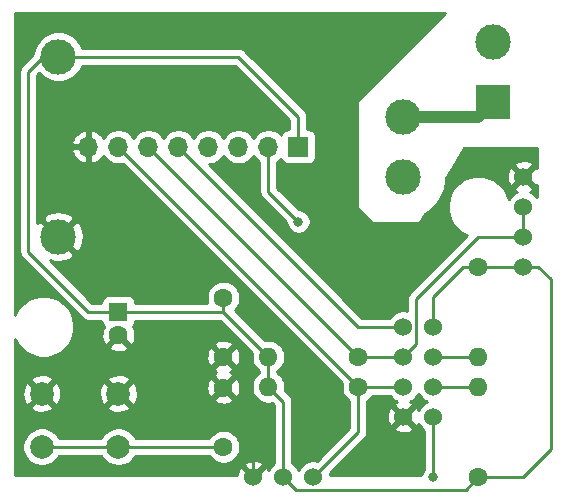
<source format=gbr>
%TF.GenerationSoftware,KiCad,Pcbnew,(5.1.7)-1*%
%TF.CreationDate,2020-12-05T12:34:15+01:00*%
%TF.ProjectId,WiFi-RC-Switch-Bridge_Outlet,57694669-2d52-4432-9d53-77697463682d,rev?*%
%TF.SameCoordinates,Original*%
%TF.FileFunction,Copper,L1,Top*%
%TF.FilePolarity,Positive*%
%FSLAX46Y46*%
G04 Gerber Fmt 4.6, Leading zero omitted, Abs format (unit mm)*
G04 Created by KiCad (PCBNEW (5.1.7)-1) date 2020-12-05 12:34:15*
%MOMM*%
%LPD*%
G01*
G04 APERTURE LIST*
%TA.AperFunction,ComponentPad*%
%ADD10R,1.600000X1.600000*%
%TD*%
%TA.AperFunction,ComponentPad*%
%ADD11C,1.600000*%
%TD*%
%TA.AperFunction,ComponentPad*%
%ADD12R,3.000000X3.000000*%
%TD*%
%TA.AperFunction,ComponentPad*%
%ADD13C,3.000000*%
%TD*%
%TA.AperFunction,ComponentPad*%
%ADD14R,1.700000X1.700000*%
%TD*%
%TA.AperFunction,ComponentPad*%
%ADD15O,1.700000X1.700000*%
%TD*%
%TA.AperFunction,ComponentPad*%
%ADD16O,1.600000X1.600000*%
%TD*%
%TA.AperFunction,ComponentPad*%
%ADD17C,2.000000*%
%TD*%
%TA.AperFunction,ComponentPad*%
%ADD18C,1.524000*%
%TD*%
%TA.AperFunction,ViaPad*%
%ADD19C,0.800000*%
%TD*%
%TA.AperFunction,Conductor*%
%ADD20C,0.250000*%
%TD*%
%TA.AperFunction,Conductor*%
%ADD21C,1.000000*%
%TD*%
%TA.AperFunction,Conductor*%
%ADD22C,0.254000*%
%TD*%
%TA.AperFunction,Conductor*%
%ADD23C,0.100000*%
%TD*%
G04 APERTURE END LIST*
D10*
%TO.P,C1,1*%
%TO.N,+3V3*%
X123190000Y-119380000D03*
D11*
%TO.P,C1,2*%
%TO.N,GND*%
X123190000Y-121380000D03*
%TD*%
%TO.P,C2,1*%
%TO.N,GND*%
X132080000Y-123190000D03*
%TO.P,C2,2*%
%TO.N,+3V3*%
X132080000Y-118190000D03*
%TD*%
%TO.P,C3,2*%
%TO.N,GND*%
X132080000Y-125810000D03*
%TO.P,C3,1*%
%TO.N,RST*%
X132080000Y-130810000D03*
%TD*%
D12*
%TO.P,J1,1*%
%TO.N,Net-(J1-Pad1)*%
X154940000Y-101600000D03*
D13*
%TO.P,J1,2*%
%TO.N,Net-(J1-Pad2)*%
X154940000Y-96520000D03*
%TD*%
D14*
%TO.P,J2,1*%
%TO.N,+3V3*%
X138430000Y-105410000D03*
D15*
%TO.P,J2,2*%
%TO.N,RST*%
X135890000Y-105410000D03*
%TO.P,J2,3*%
%TO.N,EN*%
X133350000Y-105410000D03*
%TO.P,J2,4*%
%TO.N,TX*%
X130810000Y-105410000D03*
%TO.P,J2,5*%
%TO.N,RX*%
X128270000Y-105410000D03*
%TO.P,J2,6*%
%TO.N,IO0*%
X125730000Y-105410000D03*
%TO.P,J2,7*%
%TO.N,IO2*%
X123190000Y-105410000D03*
%TO.P,J2,8*%
%TO.N,GND*%
X120650000Y-105410000D03*
%TD*%
D13*
%TO.P,PSU1,1*%
%TO.N,Net-(J1-Pad2)*%
X147320000Y-107950000D03*
%TO.P,PSU1,2*%
%TO.N,Net-(J1-Pad1)*%
X147320000Y-102870000D03*
%TO.P,PSU1,3*%
%TO.N,GND*%
X118110000Y-113030000D03*
%TO.P,PSU1,4*%
%TO.N,+3V3*%
X118110000Y-97790000D03*
%TD*%
D11*
%TO.P,R1,1*%
%TO.N,IO0*%
X143510000Y-123190000D03*
D16*
%TO.P,R1,2*%
%TO.N,+3V3*%
X135890000Y-123190000D03*
%TD*%
%TO.P,R2,2*%
%TO.N,+3V3*%
X135890000Y-125730000D03*
D11*
%TO.P,R2,1*%
%TO.N,IO2*%
X143510000Y-125730000D03*
%TD*%
%TO.P,R3,1*%
%TO.N,+3V3*%
X153670000Y-115570000D03*
D16*
%TO.P,R3,2*%
%TO.N,RST*%
X153670000Y-123190000D03*
%TD*%
%TO.P,R4,2*%
%TO.N,EN*%
X153670000Y-125730000D03*
D11*
%TO.P,R4,1*%
%TO.N,+3V3*%
X153670000Y-133350000D03*
%TD*%
D17*
%TO.P,SW1,2*%
%TO.N,GND*%
X123190000Y-126310000D03*
%TO.P,SW1,1*%
%TO.N,RST*%
X123190000Y-130810000D03*
%TO.P,SW1,2*%
%TO.N,GND*%
X116690000Y-126310000D03*
%TO.P,SW1,1*%
%TO.N,RST*%
X116690000Y-130810000D03*
%TD*%
D18*
%TO.P,U1,3*%
%TO.N,RST*%
X149860000Y-123190000D03*
%TO.P,U1,2*%
%TO.N,EN*%
X149860000Y-125730000D03*
%TO.P,U1,4*%
%TO.N,+3V3*%
X149860000Y-120650000D03*
%TO.P,U1,1*%
%TO.N,TX*%
X149860000Y-128270000D03*
%TO.P,U1,5*%
%TO.N,GND*%
X147320000Y-128270000D03*
%TO.P,U1,6*%
%TO.N,IO2*%
X147320000Y-125730000D03*
%TO.P,U1,7*%
%TO.N,IO0*%
X147320000Y-123190000D03*
%TO.P,U1,8*%
%TO.N,RX*%
X147320000Y-120650000D03*
%TD*%
%TO.P,U2,2*%
%TO.N,+3V3*%
X137160000Y-133350000D03*
%TO.P,U2,3*%
%TO.N,IO2*%
X139700000Y-133350000D03*
%TO.P,U2,1*%
%TO.N,GND*%
X134620000Y-133350000D03*
%TD*%
%TO.P,U3,1*%
%TO.N,GND*%
X157480000Y-107950000D03*
%TO.P,U3,2*%
%TO.N,IO0*%
X157480000Y-110490000D03*
%TO.P,U3,3*%
X157480000Y-113030000D03*
%TO.P,U3,4*%
%TO.N,+3V3*%
X157480000Y-115570000D03*
%TD*%
D19*
%TO.N,RST*%
X138430000Y-111760000D03*
%TO.N,TX*%
X149860000Y-133350000D03*
%TD*%
D20*
%TO.N,+3V3*%
X118110000Y-97790000D02*
X133350000Y-97790000D01*
X138430000Y-102870000D02*
X138430000Y-105410000D01*
X133350000Y-97790000D02*
X138430000Y-102870000D01*
X137160000Y-127000000D02*
X135890000Y-125730000D01*
X137160000Y-133350000D02*
X137160000Y-127000000D01*
X157480000Y-115570000D02*
X153670000Y-115570000D01*
X153670000Y-115570000D02*
X152400000Y-115570000D01*
X149860000Y-118110000D02*
X149860000Y-120650000D01*
X152400000Y-115570000D02*
X149860000Y-118110000D01*
X152582999Y-134437001D02*
X153670000Y-133350000D01*
X138247001Y-134437001D02*
X152582999Y-134437001D01*
X137160000Y-133350000D02*
X138247001Y-134437001D01*
X157480000Y-115570000D02*
X158750000Y-115570000D01*
X159788346Y-116608346D02*
X159788346Y-131041654D01*
X158750000Y-115570000D02*
X159788346Y-116608346D01*
X157480000Y-133350000D02*
X153670000Y-133350000D01*
X159788346Y-131041654D02*
X157480000Y-133350000D01*
X132080000Y-119380000D02*
X135890000Y-123190000D01*
X123190000Y-119380000D02*
X132080000Y-119380000D01*
X132080000Y-119380000D02*
X132080000Y-118190000D01*
X120650000Y-119380000D02*
X123190000Y-119380000D01*
X115570000Y-114300000D02*
X120650000Y-119380000D01*
X115570000Y-99060000D02*
X115570000Y-114300000D01*
X116840000Y-97790000D02*
X115570000Y-99060000D01*
X118110000Y-97790000D02*
X116840000Y-97790000D01*
X135890000Y-123190000D02*
X135890000Y-125730000D01*
%TO.N,GND*%
X134620000Y-128350000D02*
X134620000Y-133350000D01*
X132080000Y-125810000D02*
X134620000Y-128350000D01*
%TO.N,RST*%
X149860000Y-123190000D02*
X153670000Y-123190000D01*
X116690000Y-130810000D02*
X123190000Y-130810000D01*
X132080000Y-130810000D02*
X123190000Y-130810000D01*
X138430000Y-111760000D02*
X135890000Y-109220000D01*
X135890000Y-109220000D02*
X135890000Y-105410000D01*
D21*
%TO.N,Net-(J1-Pad1)*%
X153670000Y-102870000D02*
X154940000Y-101600000D01*
X147320000Y-102870000D02*
X153670000Y-102870000D01*
D20*
%TO.N,EN*%
X149860000Y-125730000D02*
X153670000Y-125730000D01*
%TO.N,TX*%
X149860000Y-128270000D02*
X149860000Y-133350000D01*
%TO.N,RX*%
X143510000Y-120650000D02*
X147320000Y-120650000D01*
X128270000Y-105410000D02*
X143510000Y-120650000D01*
%TO.N,IO0*%
X143510000Y-123190000D02*
X147320000Y-123190000D01*
X157480000Y-110490000D02*
X157480000Y-113030000D01*
X148407001Y-122102999D02*
X148407001Y-118292999D01*
X147320000Y-123190000D02*
X148407001Y-122102999D01*
X153670000Y-113030000D02*
X157480000Y-113030000D01*
X148407001Y-118292999D02*
X153670000Y-113030000D01*
X125730000Y-105410000D02*
X143510000Y-123190000D01*
%TO.N,IO2*%
X143510000Y-125730000D02*
X147320000Y-125730000D01*
X143510000Y-129540000D02*
X139700000Y-133350000D01*
X143510000Y-125730000D02*
X143510000Y-129540000D01*
X123190000Y-105410000D02*
X143510000Y-125730000D01*
%TD*%
D22*
%TO.N,GND*%
X143420197Y-101510197D02*
X143404403Y-101529443D01*
X143392667Y-101551399D01*
X143385440Y-101575224D01*
X143383000Y-101600000D01*
X143383000Y-110490000D01*
X143385440Y-110514776D01*
X143392667Y-110538601D01*
X143404403Y-110560557D01*
X143420197Y-110579803D01*
X144690197Y-111849803D01*
X144709443Y-111865597D01*
X144731399Y-111877333D01*
X144755224Y-111884560D01*
X144780000Y-111887000D01*
X148590000Y-111887000D01*
X148620802Y-111883208D01*
X148644247Y-111874832D01*
X148665607Y-111862042D01*
X148684062Y-111845331D01*
X148698902Y-111825341D01*
X149134098Y-111100015D01*
X149632078Y-110767275D01*
X150137275Y-110262078D01*
X150534206Y-109668029D01*
X150807617Y-109007957D01*
X150947000Y-108307228D01*
X150947000Y-108078511D01*
X151603445Y-106984435D01*
X156694040Y-106984435D01*
X157480000Y-107770395D01*
X158265960Y-106984435D01*
X158198980Y-106744344D01*
X157949952Y-106627244D01*
X157682865Y-106560977D01*
X157407983Y-106548090D01*
X157135867Y-106589078D01*
X156876977Y-106682364D01*
X156761020Y-106744344D01*
X156694040Y-106984435D01*
X151603445Y-106984435D01*
X152471907Y-105537000D01*
X158623000Y-105537000D01*
X158623000Y-107213540D01*
X158445565Y-107164040D01*
X157659605Y-107950000D01*
X158445565Y-108735960D01*
X158623000Y-108686460D01*
X158623000Y-109686088D01*
X158565120Y-109599465D01*
X158370535Y-109404880D01*
X158141727Y-109251995D01*
X158070057Y-109222308D01*
X158083023Y-109217636D01*
X158198980Y-109155656D01*
X158265960Y-108915565D01*
X157480000Y-108129605D01*
X156694040Y-108915565D01*
X156761020Y-109155656D01*
X156896760Y-109219485D01*
X156818273Y-109251995D01*
X156589465Y-109404880D01*
X156394880Y-109599465D01*
X156241995Y-109828273D01*
X156221772Y-109877096D01*
X156191538Y-109725100D01*
X155993863Y-109247870D01*
X155706883Y-108818374D01*
X155341626Y-108453117D01*
X154912130Y-108166137D01*
X154564194Y-108022017D01*
X156078090Y-108022017D01*
X156119078Y-108294133D01*
X156212364Y-108553023D01*
X156274344Y-108668980D01*
X156514435Y-108735960D01*
X157300395Y-107950000D01*
X156514435Y-107164040D01*
X156274344Y-107231020D01*
X156157244Y-107480048D01*
X156090977Y-107747135D01*
X156078090Y-108022017D01*
X154564194Y-108022017D01*
X154434900Y-107968462D01*
X153928275Y-107867688D01*
X153411725Y-107867688D01*
X152905100Y-107968462D01*
X152427870Y-108166137D01*
X151998374Y-108453117D01*
X151633117Y-108818374D01*
X151346137Y-109247870D01*
X151148462Y-109725100D01*
X151047688Y-110231725D01*
X151047688Y-110748275D01*
X151148462Y-111254900D01*
X151346137Y-111732130D01*
X151633117Y-112161626D01*
X151998374Y-112526883D01*
X152427870Y-112813863D01*
X152699021Y-112926177D01*
X147895999Y-117729200D01*
X147867001Y-117752998D01*
X147843203Y-117781996D01*
X147843202Y-117781997D01*
X147772027Y-117868723D01*
X147701455Y-118000753D01*
X147657999Y-118144014D01*
X147643325Y-118292999D01*
X147647002Y-118330331D01*
X147647002Y-119290676D01*
X147457592Y-119253000D01*
X147182408Y-119253000D01*
X146912510Y-119306686D01*
X146658273Y-119411995D01*
X146429465Y-119564880D01*
X146234880Y-119759465D01*
X146147659Y-119890000D01*
X143824802Y-119890000D01*
X130829801Y-106895000D01*
X130956260Y-106895000D01*
X131243158Y-106837932D01*
X131513411Y-106725990D01*
X131756632Y-106563475D01*
X131963475Y-106356632D01*
X132080000Y-106182240D01*
X132196525Y-106356632D01*
X132403368Y-106563475D01*
X132646589Y-106725990D01*
X132916842Y-106837932D01*
X133203740Y-106895000D01*
X133496260Y-106895000D01*
X133783158Y-106837932D01*
X134053411Y-106725990D01*
X134296632Y-106563475D01*
X134503475Y-106356632D01*
X134620000Y-106182240D01*
X134736525Y-106356632D01*
X134943368Y-106563475D01*
X135130001Y-106688179D01*
X135130000Y-109182677D01*
X135126324Y-109220000D01*
X135130000Y-109257322D01*
X135130000Y-109257332D01*
X135140997Y-109368985D01*
X135184454Y-109512246D01*
X135255026Y-109644276D01*
X135274520Y-109668029D01*
X135349999Y-109760001D01*
X135379003Y-109783804D01*
X137395000Y-111799803D01*
X137395000Y-111861939D01*
X137434774Y-112061898D01*
X137512795Y-112250256D01*
X137626063Y-112419774D01*
X137770226Y-112563937D01*
X137939744Y-112677205D01*
X138128102Y-112755226D01*
X138328061Y-112795000D01*
X138531939Y-112795000D01*
X138731898Y-112755226D01*
X138920256Y-112677205D01*
X139089774Y-112563937D01*
X139233937Y-112419774D01*
X139347205Y-112250256D01*
X139425226Y-112061898D01*
X139465000Y-111861939D01*
X139465000Y-111658061D01*
X139425226Y-111458102D01*
X139347205Y-111269744D01*
X139233937Y-111100226D01*
X139089774Y-110956063D01*
X138920256Y-110842795D01*
X138731898Y-110764774D01*
X138531939Y-110725000D01*
X138469803Y-110725000D01*
X136650000Y-108905199D01*
X136650000Y-106688178D01*
X136836632Y-106563475D01*
X136968487Y-106431620D01*
X136990498Y-106504180D01*
X137049463Y-106614494D01*
X137128815Y-106711185D01*
X137225506Y-106790537D01*
X137335820Y-106849502D01*
X137455518Y-106885812D01*
X137580000Y-106898072D01*
X139280000Y-106898072D01*
X139404482Y-106885812D01*
X139524180Y-106849502D01*
X139634494Y-106790537D01*
X139731185Y-106711185D01*
X139810537Y-106614494D01*
X139869502Y-106504180D01*
X139905812Y-106384482D01*
X139918072Y-106260000D01*
X139918072Y-104560000D01*
X139905812Y-104435518D01*
X139869502Y-104315820D01*
X139810537Y-104205506D01*
X139731185Y-104108815D01*
X139634494Y-104029463D01*
X139524180Y-103970498D01*
X139404482Y-103934188D01*
X139280000Y-103921928D01*
X139190000Y-103921928D01*
X139190000Y-102907323D01*
X139193676Y-102870000D01*
X139190000Y-102832677D01*
X139190000Y-102832667D01*
X139179003Y-102721014D01*
X139135546Y-102577753D01*
X139064974Y-102445723D01*
X138993799Y-102358997D01*
X138970001Y-102329999D01*
X138941004Y-102306202D01*
X133913804Y-97279003D01*
X133890001Y-97249999D01*
X133774276Y-97155026D01*
X133642247Y-97084454D01*
X133498986Y-97040997D01*
X133387333Y-97030000D01*
X133387322Y-97030000D01*
X133350000Y-97026324D01*
X133312678Y-97030000D01*
X120106105Y-97030000D01*
X120002012Y-96778698D01*
X119768363Y-96429017D01*
X119470983Y-96131637D01*
X119121302Y-95897988D01*
X118732756Y-95737047D01*
X118320279Y-95655000D01*
X117899721Y-95655000D01*
X117487244Y-95737047D01*
X117098698Y-95897988D01*
X116749017Y-96131637D01*
X116451637Y-96429017D01*
X116217988Y-96778698D01*
X116057047Y-97167244D01*
X115975000Y-97579721D01*
X115975000Y-97580198D01*
X115059003Y-98496196D01*
X115029999Y-98519999D01*
X114974871Y-98587174D01*
X114935026Y-98635724D01*
X114864455Y-98767753D01*
X114864454Y-98767754D01*
X114820997Y-98911015D01*
X114810000Y-99022668D01*
X114810000Y-99022678D01*
X114806324Y-99060000D01*
X114810000Y-99097322D01*
X114810001Y-114262667D01*
X114806324Y-114300000D01*
X114810001Y-114337333D01*
X114820998Y-114448986D01*
X114831886Y-114484880D01*
X114864454Y-114592246D01*
X114935026Y-114724276D01*
X115002362Y-114806324D01*
X115030000Y-114840001D01*
X115058998Y-114863799D01*
X120086200Y-119891002D01*
X120109999Y-119920001D01*
X120138997Y-119943799D01*
X120225723Y-120014974D01*
X120340637Y-120076397D01*
X120357753Y-120085546D01*
X120501014Y-120129003D01*
X120612667Y-120140000D01*
X120612677Y-120140000D01*
X120650000Y-120143676D01*
X120687323Y-120140000D01*
X121751928Y-120140000D01*
X121751928Y-120180000D01*
X121764188Y-120304482D01*
X121800498Y-120424180D01*
X121859463Y-120534494D01*
X121938815Y-120631185D01*
X121951758Y-120641807D01*
X121832429Y-120893996D01*
X121763700Y-121168184D01*
X121749783Y-121450512D01*
X121791213Y-121730130D01*
X121886397Y-121996292D01*
X121953329Y-122121514D01*
X122197298Y-122193097D01*
X123010395Y-121380000D01*
X122996253Y-121365858D01*
X123175858Y-121186253D01*
X123190000Y-121200395D01*
X123204143Y-121186253D01*
X123383748Y-121365858D01*
X123369605Y-121380000D01*
X124182702Y-122193097D01*
X124426671Y-122121514D01*
X124547571Y-121866004D01*
X124616300Y-121591816D01*
X124630217Y-121309488D01*
X124588787Y-121029870D01*
X124493603Y-120763708D01*
X124428384Y-120641691D01*
X124441185Y-120631185D01*
X124520537Y-120534494D01*
X124579502Y-120424180D01*
X124615812Y-120304482D01*
X124628072Y-120180000D01*
X124628072Y-120140000D01*
X131765199Y-120140000D01*
X134491312Y-122866114D01*
X134455000Y-123048665D01*
X134455000Y-123331335D01*
X134510147Y-123608574D01*
X134618320Y-123869727D01*
X134775363Y-124104759D01*
X134975241Y-124304637D01*
X135130000Y-124408044D01*
X135130001Y-124511956D01*
X134975241Y-124615363D01*
X134775363Y-124815241D01*
X134618320Y-125050273D01*
X134510147Y-125311426D01*
X134455000Y-125588665D01*
X134455000Y-125871335D01*
X134510147Y-126148574D01*
X134618320Y-126409727D01*
X134775363Y-126644759D01*
X134975241Y-126844637D01*
X135210273Y-127001680D01*
X135471426Y-127109853D01*
X135748665Y-127165000D01*
X136031335Y-127165000D01*
X136213886Y-127128688D01*
X136400001Y-127314803D01*
X136400000Y-132177659D01*
X136269465Y-132264880D01*
X136074880Y-132459465D01*
X135921995Y-132688273D01*
X135892308Y-132759943D01*
X135887636Y-132746977D01*
X135825656Y-132631020D01*
X135585565Y-132564040D01*
X134926605Y-133223000D01*
X134313395Y-133223000D01*
X133654435Y-132564040D01*
X133414344Y-132631020D01*
X133297244Y-132880048D01*
X133230977Y-133147135D01*
X133227420Y-133223000D01*
X114427000Y-133223000D01*
X114427000Y-130648967D01*
X115055000Y-130648967D01*
X115055000Y-130971033D01*
X115117832Y-131286912D01*
X115241082Y-131584463D01*
X115420013Y-131852252D01*
X115647748Y-132079987D01*
X115915537Y-132258918D01*
X116213088Y-132382168D01*
X116528967Y-132445000D01*
X116851033Y-132445000D01*
X117166912Y-132382168D01*
X117464463Y-132258918D01*
X117732252Y-132079987D01*
X117959987Y-131852252D01*
X118138918Y-131584463D01*
X118144909Y-131570000D01*
X121735091Y-131570000D01*
X121741082Y-131584463D01*
X121920013Y-131852252D01*
X122147748Y-132079987D01*
X122415537Y-132258918D01*
X122713088Y-132382168D01*
X123028967Y-132445000D01*
X123351033Y-132445000D01*
X123655514Y-132384435D01*
X133834040Y-132384435D01*
X134620000Y-133170395D01*
X135405960Y-132384435D01*
X135338980Y-132144344D01*
X135089952Y-132027244D01*
X134822865Y-131960977D01*
X134547983Y-131948090D01*
X134275867Y-131989078D01*
X134016977Y-132082364D01*
X133901020Y-132144344D01*
X133834040Y-132384435D01*
X123655514Y-132384435D01*
X123666912Y-132382168D01*
X123964463Y-132258918D01*
X124232252Y-132079987D01*
X124459987Y-131852252D01*
X124638918Y-131584463D01*
X124644909Y-131570000D01*
X130861957Y-131570000D01*
X130965363Y-131724759D01*
X131165241Y-131924637D01*
X131400273Y-132081680D01*
X131661426Y-132189853D01*
X131938665Y-132245000D01*
X132221335Y-132245000D01*
X132498574Y-132189853D01*
X132759727Y-132081680D01*
X132994759Y-131924637D01*
X133194637Y-131724759D01*
X133351680Y-131489727D01*
X133459853Y-131228574D01*
X133515000Y-130951335D01*
X133515000Y-130668665D01*
X133459853Y-130391426D01*
X133351680Y-130130273D01*
X133194637Y-129895241D01*
X132994759Y-129695363D01*
X132759727Y-129538320D01*
X132498574Y-129430147D01*
X132221335Y-129375000D01*
X131938665Y-129375000D01*
X131661426Y-129430147D01*
X131400273Y-129538320D01*
X131165241Y-129695363D01*
X130965363Y-129895241D01*
X130861957Y-130050000D01*
X124644909Y-130050000D01*
X124638918Y-130035537D01*
X124459987Y-129767748D01*
X124232252Y-129540013D01*
X123964463Y-129361082D01*
X123666912Y-129237832D01*
X123351033Y-129175000D01*
X123028967Y-129175000D01*
X122713088Y-129237832D01*
X122415537Y-129361082D01*
X122147748Y-129540013D01*
X121920013Y-129767748D01*
X121741082Y-130035537D01*
X121735091Y-130050000D01*
X118144909Y-130050000D01*
X118138918Y-130035537D01*
X117959987Y-129767748D01*
X117732252Y-129540013D01*
X117464463Y-129361082D01*
X117166912Y-129237832D01*
X116851033Y-129175000D01*
X116528967Y-129175000D01*
X116213088Y-129237832D01*
X115915537Y-129361082D01*
X115647748Y-129540013D01*
X115420013Y-129767748D01*
X115241082Y-130035537D01*
X115117832Y-130333088D01*
X115055000Y-130648967D01*
X114427000Y-130648967D01*
X114427000Y-127445413D01*
X115734192Y-127445413D01*
X115829956Y-127709814D01*
X116119571Y-127850704D01*
X116431108Y-127932384D01*
X116752595Y-127951718D01*
X117071675Y-127907961D01*
X117376088Y-127802795D01*
X117550044Y-127709814D01*
X117645808Y-127445413D01*
X122234192Y-127445413D01*
X122329956Y-127709814D01*
X122619571Y-127850704D01*
X122931108Y-127932384D01*
X123252595Y-127951718D01*
X123571675Y-127907961D01*
X123876088Y-127802795D01*
X124050044Y-127709814D01*
X124145808Y-127445413D01*
X123190000Y-126489605D01*
X122234192Y-127445413D01*
X117645808Y-127445413D01*
X116690000Y-126489605D01*
X115734192Y-127445413D01*
X114427000Y-127445413D01*
X114427000Y-126372595D01*
X115048282Y-126372595D01*
X115092039Y-126691675D01*
X115197205Y-126996088D01*
X115290186Y-127170044D01*
X115554587Y-127265808D01*
X116510395Y-126310000D01*
X116869605Y-126310000D01*
X117825413Y-127265808D01*
X118089814Y-127170044D01*
X118230704Y-126880429D01*
X118312384Y-126568892D01*
X118324189Y-126372595D01*
X121548282Y-126372595D01*
X121592039Y-126691675D01*
X121697205Y-126996088D01*
X121790186Y-127170044D01*
X122054587Y-127265808D01*
X123010395Y-126310000D01*
X123369605Y-126310000D01*
X124325413Y-127265808D01*
X124589814Y-127170044D01*
X124730704Y-126880429D01*
X124751082Y-126802702D01*
X131266903Y-126802702D01*
X131338486Y-127046671D01*
X131593996Y-127167571D01*
X131868184Y-127236300D01*
X132150512Y-127250217D01*
X132430130Y-127208787D01*
X132696292Y-127113603D01*
X132821514Y-127046671D01*
X132893097Y-126802702D01*
X132080000Y-125989605D01*
X131266903Y-126802702D01*
X124751082Y-126802702D01*
X124812384Y-126568892D01*
X124831718Y-126247405D01*
X124787961Y-125928325D01*
X124771443Y-125880512D01*
X130639783Y-125880512D01*
X130681213Y-126160130D01*
X130776397Y-126426292D01*
X130843329Y-126551514D01*
X131087298Y-126623097D01*
X131900395Y-125810000D01*
X132259605Y-125810000D01*
X133072702Y-126623097D01*
X133316671Y-126551514D01*
X133437571Y-126296004D01*
X133506300Y-126021816D01*
X133520217Y-125739488D01*
X133478787Y-125459870D01*
X133383603Y-125193708D01*
X133316671Y-125068486D01*
X133072702Y-124996903D01*
X132259605Y-125810000D01*
X131900395Y-125810000D01*
X131087298Y-124996903D01*
X130843329Y-125068486D01*
X130722429Y-125323996D01*
X130653700Y-125598184D01*
X130639783Y-125880512D01*
X124771443Y-125880512D01*
X124682795Y-125623912D01*
X124589814Y-125449956D01*
X124325413Y-125354192D01*
X123369605Y-126310000D01*
X123010395Y-126310000D01*
X122054587Y-125354192D01*
X121790186Y-125449956D01*
X121649296Y-125739571D01*
X121567616Y-126051108D01*
X121548282Y-126372595D01*
X118324189Y-126372595D01*
X118331718Y-126247405D01*
X118287961Y-125928325D01*
X118182795Y-125623912D01*
X118089814Y-125449956D01*
X117825413Y-125354192D01*
X116869605Y-126310000D01*
X116510395Y-126310000D01*
X115554587Y-125354192D01*
X115290186Y-125449956D01*
X115149296Y-125739571D01*
X115067616Y-126051108D01*
X115048282Y-126372595D01*
X114427000Y-126372595D01*
X114427000Y-125174587D01*
X115734192Y-125174587D01*
X116690000Y-126130395D01*
X117645808Y-125174587D01*
X122234192Y-125174587D01*
X123190000Y-126130395D01*
X124145808Y-125174587D01*
X124050044Y-124910186D01*
X123760429Y-124769296D01*
X123448892Y-124687616D01*
X123127405Y-124668282D01*
X122808325Y-124712039D01*
X122503912Y-124817205D01*
X122329956Y-124910186D01*
X122234192Y-125174587D01*
X117645808Y-125174587D01*
X117550044Y-124910186D01*
X117260429Y-124769296D01*
X116948892Y-124687616D01*
X116627405Y-124668282D01*
X116308325Y-124712039D01*
X116003912Y-124817205D01*
X115829956Y-124910186D01*
X115734192Y-125174587D01*
X114427000Y-125174587D01*
X114427000Y-124182702D01*
X131266903Y-124182702D01*
X131338486Y-124426671D01*
X131488353Y-124497584D01*
X131463708Y-124506397D01*
X131338486Y-124573329D01*
X131266903Y-124817298D01*
X132080000Y-125630395D01*
X132893097Y-124817298D01*
X132821514Y-124573329D01*
X132671647Y-124502416D01*
X132696292Y-124493603D01*
X132821514Y-124426671D01*
X132893097Y-124182702D01*
X132080000Y-123369605D01*
X131266903Y-124182702D01*
X114427000Y-124182702D01*
X114427000Y-121676934D01*
X114516137Y-121892130D01*
X114803117Y-122321626D01*
X115168374Y-122686883D01*
X115597870Y-122973863D01*
X116075100Y-123171538D01*
X116581725Y-123272312D01*
X117098275Y-123272312D01*
X117157597Y-123260512D01*
X130639783Y-123260512D01*
X130681213Y-123540130D01*
X130776397Y-123806292D01*
X130843329Y-123931514D01*
X131087298Y-124003097D01*
X131900395Y-123190000D01*
X132259605Y-123190000D01*
X133072702Y-124003097D01*
X133316671Y-123931514D01*
X133437571Y-123676004D01*
X133506300Y-123401816D01*
X133520217Y-123119488D01*
X133478787Y-122839870D01*
X133383603Y-122573708D01*
X133316671Y-122448486D01*
X133072702Y-122376903D01*
X132259605Y-123190000D01*
X131900395Y-123190000D01*
X131087298Y-122376903D01*
X130843329Y-122448486D01*
X130722429Y-122703996D01*
X130653700Y-122978184D01*
X130639783Y-123260512D01*
X117157597Y-123260512D01*
X117604900Y-123171538D01*
X118082130Y-122973863D01*
X118511626Y-122686883D01*
X118825807Y-122372702D01*
X122376903Y-122372702D01*
X122448486Y-122616671D01*
X122703996Y-122737571D01*
X122978184Y-122806300D01*
X123260512Y-122820217D01*
X123540130Y-122778787D01*
X123806292Y-122683603D01*
X123931514Y-122616671D01*
X124003097Y-122372702D01*
X123827693Y-122197298D01*
X131266903Y-122197298D01*
X132080000Y-123010395D01*
X132893097Y-122197298D01*
X132821514Y-121953329D01*
X132566004Y-121832429D01*
X132291816Y-121763700D01*
X132009488Y-121749783D01*
X131729870Y-121791213D01*
X131463708Y-121886397D01*
X131338486Y-121953329D01*
X131266903Y-122197298D01*
X123827693Y-122197298D01*
X123190000Y-121559605D01*
X122376903Y-122372702D01*
X118825807Y-122372702D01*
X118876883Y-122321626D01*
X119163863Y-121892130D01*
X119361538Y-121414900D01*
X119462312Y-120908275D01*
X119462312Y-120391725D01*
X119361538Y-119885100D01*
X119163863Y-119407870D01*
X118876883Y-118978374D01*
X118511626Y-118613117D01*
X118082130Y-118326137D01*
X117604900Y-118128462D01*
X117098275Y-118027688D01*
X116581725Y-118027688D01*
X116075100Y-118128462D01*
X115597870Y-118326137D01*
X115168374Y-118613117D01*
X114803117Y-118978374D01*
X114516137Y-119407870D01*
X114427000Y-119623066D01*
X114427000Y-94107000D01*
X150823394Y-94107000D01*
X143420197Y-101510197D01*
%TA.AperFunction,Conductor*%
D23*
G36*
X143420197Y-101510197D02*
G01*
X143404403Y-101529443D01*
X143392667Y-101551399D01*
X143385440Y-101575224D01*
X143383000Y-101600000D01*
X143383000Y-110490000D01*
X143385440Y-110514776D01*
X143392667Y-110538601D01*
X143404403Y-110560557D01*
X143420197Y-110579803D01*
X144690197Y-111849803D01*
X144709443Y-111865597D01*
X144731399Y-111877333D01*
X144755224Y-111884560D01*
X144780000Y-111887000D01*
X148590000Y-111887000D01*
X148620802Y-111883208D01*
X148644247Y-111874832D01*
X148665607Y-111862042D01*
X148684062Y-111845331D01*
X148698902Y-111825341D01*
X149134098Y-111100015D01*
X149632078Y-110767275D01*
X150137275Y-110262078D01*
X150534206Y-109668029D01*
X150807617Y-109007957D01*
X150947000Y-108307228D01*
X150947000Y-108078511D01*
X151603445Y-106984435D01*
X156694040Y-106984435D01*
X157480000Y-107770395D01*
X158265960Y-106984435D01*
X158198980Y-106744344D01*
X157949952Y-106627244D01*
X157682865Y-106560977D01*
X157407983Y-106548090D01*
X157135867Y-106589078D01*
X156876977Y-106682364D01*
X156761020Y-106744344D01*
X156694040Y-106984435D01*
X151603445Y-106984435D01*
X152471907Y-105537000D01*
X158623000Y-105537000D01*
X158623000Y-107213540D01*
X158445565Y-107164040D01*
X157659605Y-107950000D01*
X158445565Y-108735960D01*
X158623000Y-108686460D01*
X158623000Y-109686088D01*
X158565120Y-109599465D01*
X158370535Y-109404880D01*
X158141727Y-109251995D01*
X158070057Y-109222308D01*
X158083023Y-109217636D01*
X158198980Y-109155656D01*
X158265960Y-108915565D01*
X157480000Y-108129605D01*
X156694040Y-108915565D01*
X156761020Y-109155656D01*
X156896760Y-109219485D01*
X156818273Y-109251995D01*
X156589465Y-109404880D01*
X156394880Y-109599465D01*
X156241995Y-109828273D01*
X156221772Y-109877096D01*
X156191538Y-109725100D01*
X155993863Y-109247870D01*
X155706883Y-108818374D01*
X155341626Y-108453117D01*
X154912130Y-108166137D01*
X154564194Y-108022017D01*
X156078090Y-108022017D01*
X156119078Y-108294133D01*
X156212364Y-108553023D01*
X156274344Y-108668980D01*
X156514435Y-108735960D01*
X157300395Y-107950000D01*
X156514435Y-107164040D01*
X156274344Y-107231020D01*
X156157244Y-107480048D01*
X156090977Y-107747135D01*
X156078090Y-108022017D01*
X154564194Y-108022017D01*
X154434900Y-107968462D01*
X153928275Y-107867688D01*
X153411725Y-107867688D01*
X152905100Y-107968462D01*
X152427870Y-108166137D01*
X151998374Y-108453117D01*
X151633117Y-108818374D01*
X151346137Y-109247870D01*
X151148462Y-109725100D01*
X151047688Y-110231725D01*
X151047688Y-110748275D01*
X151148462Y-111254900D01*
X151346137Y-111732130D01*
X151633117Y-112161626D01*
X151998374Y-112526883D01*
X152427870Y-112813863D01*
X152699021Y-112926177D01*
X147895999Y-117729200D01*
X147867001Y-117752998D01*
X147843203Y-117781996D01*
X147843202Y-117781997D01*
X147772027Y-117868723D01*
X147701455Y-118000753D01*
X147657999Y-118144014D01*
X147643325Y-118292999D01*
X147647002Y-118330331D01*
X147647002Y-119290676D01*
X147457592Y-119253000D01*
X147182408Y-119253000D01*
X146912510Y-119306686D01*
X146658273Y-119411995D01*
X146429465Y-119564880D01*
X146234880Y-119759465D01*
X146147659Y-119890000D01*
X143824802Y-119890000D01*
X130829801Y-106895000D01*
X130956260Y-106895000D01*
X131243158Y-106837932D01*
X131513411Y-106725990D01*
X131756632Y-106563475D01*
X131963475Y-106356632D01*
X132080000Y-106182240D01*
X132196525Y-106356632D01*
X132403368Y-106563475D01*
X132646589Y-106725990D01*
X132916842Y-106837932D01*
X133203740Y-106895000D01*
X133496260Y-106895000D01*
X133783158Y-106837932D01*
X134053411Y-106725990D01*
X134296632Y-106563475D01*
X134503475Y-106356632D01*
X134620000Y-106182240D01*
X134736525Y-106356632D01*
X134943368Y-106563475D01*
X135130001Y-106688179D01*
X135130000Y-109182677D01*
X135126324Y-109220000D01*
X135130000Y-109257322D01*
X135130000Y-109257332D01*
X135140997Y-109368985D01*
X135184454Y-109512246D01*
X135255026Y-109644276D01*
X135274520Y-109668029D01*
X135349999Y-109760001D01*
X135379003Y-109783804D01*
X137395000Y-111799803D01*
X137395000Y-111861939D01*
X137434774Y-112061898D01*
X137512795Y-112250256D01*
X137626063Y-112419774D01*
X137770226Y-112563937D01*
X137939744Y-112677205D01*
X138128102Y-112755226D01*
X138328061Y-112795000D01*
X138531939Y-112795000D01*
X138731898Y-112755226D01*
X138920256Y-112677205D01*
X139089774Y-112563937D01*
X139233937Y-112419774D01*
X139347205Y-112250256D01*
X139425226Y-112061898D01*
X139465000Y-111861939D01*
X139465000Y-111658061D01*
X139425226Y-111458102D01*
X139347205Y-111269744D01*
X139233937Y-111100226D01*
X139089774Y-110956063D01*
X138920256Y-110842795D01*
X138731898Y-110764774D01*
X138531939Y-110725000D01*
X138469803Y-110725000D01*
X136650000Y-108905199D01*
X136650000Y-106688178D01*
X136836632Y-106563475D01*
X136968487Y-106431620D01*
X136990498Y-106504180D01*
X137049463Y-106614494D01*
X137128815Y-106711185D01*
X137225506Y-106790537D01*
X137335820Y-106849502D01*
X137455518Y-106885812D01*
X137580000Y-106898072D01*
X139280000Y-106898072D01*
X139404482Y-106885812D01*
X139524180Y-106849502D01*
X139634494Y-106790537D01*
X139731185Y-106711185D01*
X139810537Y-106614494D01*
X139869502Y-106504180D01*
X139905812Y-106384482D01*
X139918072Y-106260000D01*
X139918072Y-104560000D01*
X139905812Y-104435518D01*
X139869502Y-104315820D01*
X139810537Y-104205506D01*
X139731185Y-104108815D01*
X139634494Y-104029463D01*
X139524180Y-103970498D01*
X139404482Y-103934188D01*
X139280000Y-103921928D01*
X139190000Y-103921928D01*
X139190000Y-102907323D01*
X139193676Y-102870000D01*
X139190000Y-102832677D01*
X139190000Y-102832667D01*
X139179003Y-102721014D01*
X139135546Y-102577753D01*
X139064974Y-102445723D01*
X138993799Y-102358997D01*
X138970001Y-102329999D01*
X138941004Y-102306202D01*
X133913804Y-97279003D01*
X133890001Y-97249999D01*
X133774276Y-97155026D01*
X133642247Y-97084454D01*
X133498986Y-97040997D01*
X133387333Y-97030000D01*
X133387322Y-97030000D01*
X133350000Y-97026324D01*
X133312678Y-97030000D01*
X120106105Y-97030000D01*
X120002012Y-96778698D01*
X119768363Y-96429017D01*
X119470983Y-96131637D01*
X119121302Y-95897988D01*
X118732756Y-95737047D01*
X118320279Y-95655000D01*
X117899721Y-95655000D01*
X117487244Y-95737047D01*
X117098698Y-95897988D01*
X116749017Y-96131637D01*
X116451637Y-96429017D01*
X116217988Y-96778698D01*
X116057047Y-97167244D01*
X115975000Y-97579721D01*
X115975000Y-97580198D01*
X115059003Y-98496196D01*
X115029999Y-98519999D01*
X114974871Y-98587174D01*
X114935026Y-98635724D01*
X114864455Y-98767753D01*
X114864454Y-98767754D01*
X114820997Y-98911015D01*
X114810000Y-99022668D01*
X114810000Y-99022678D01*
X114806324Y-99060000D01*
X114810000Y-99097322D01*
X114810001Y-114262667D01*
X114806324Y-114300000D01*
X114810001Y-114337333D01*
X114820998Y-114448986D01*
X114831886Y-114484880D01*
X114864454Y-114592246D01*
X114935026Y-114724276D01*
X115002362Y-114806324D01*
X115030000Y-114840001D01*
X115058998Y-114863799D01*
X120086200Y-119891002D01*
X120109999Y-119920001D01*
X120138997Y-119943799D01*
X120225723Y-120014974D01*
X120340637Y-120076397D01*
X120357753Y-120085546D01*
X120501014Y-120129003D01*
X120612667Y-120140000D01*
X120612677Y-120140000D01*
X120650000Y-120143676D01*
X120687323Y-120140000D01*
X121751928Y-120140000D01*
X121751928Y-120180000D01*
X121764188Y-120304482D01*
X121800498Y-120424180D01*
X121859463Y-120534494D01*
X121938815Y-120631185D01*
X121951758Y-120641807D01*
X121832429Y-120893996D01*
X121763700Y-121168184D01*
X121749783Y-121450512D01*
X121791213Y-121730130D01*
X121886397Y-121996292D01*
X121953329Y-122121514D01*
X122197298Y-122193097D01*
X123010395Y-121380000D01*
X122996253Y-121365858D01*
X123175858Y-121186253D01*
X123190000Y-121200395D01*
X123204143Y-121186253D01*
X123383748Y-121365858D01*
X123369605Y-121380000D01*
X124182702Y-122193097D01*
X124426671Y-122121514D01*
X124547571Y-121866004D01*
X124616300Y-121591816D01*
X124630217Y-121309488D01*
X124588787Y-121029870D01*
X124493603Y-120763708D01*
X124428384Y-120641691D01*
X124441185Y-120631185D01*
X124520537Y-120534494D01*
X124579502Y-120424180D01*
X124615812Y-120304482D01*
X124628072Y-120180000D01*
X124628072Y-120140000D01*
X131765199Y-120140000D01*
X134491312Y-122866114D01*
X134455000Y-123048665D01*
X134455000Y-123331335D01*
X134510147Y-123608574D01*
X134618320Y-123869727D01*
X134775363Y-124104759D01*
X134975241Y-124304637D01*
X135130000Y-124408044D01*
X135130001Y-124511956D01*
X134975241Y-124615363D01*
X134775363Y-124815241D01*
X134618320Y-125050273D01*
X134510147Y-125311426D01*
X134455000Y-125588665D01*
X134455000Y-125871335D01*
X134510147Y-126148574D01*
X134618320Y-126409727D01*
X134775363Y-126644759D01*
X134975241Y-126844637D01*
X135210273Y-127001680D01*
X135471426Y-127109853D01*
X135748665Y-127165000D01*
X136031335Y-127165000D01*
X136213886Y-127128688D01*
X136400001Y-127314803D01*
X136400000Y-132177659D01*
X136269465Y-132264880D01*
X136074880Y-132459465D01*
X135921995Y-132688273D01*
X135892308Y-132759943D01*
X135887636Y-132746977D01*
X135825656Y-132631020D01*
X135585565Y-132564040D01*
X134926605Y-133223000D01*
X134313395Y-133223000D01*
X133654435Y-132564040D01*
X133414344Y-132631020D01*
X133297244Y-132880048D01*
X133230977Y-133147135D01*
X133227420Y-133223000D01*
X114427000Y-133223000D01*
X114427000Y-130648967D01*
X115055000Y-130648967D01*
X115055000Y-130971033D01*
X115117832Y-131286912D01*
X115241082Y-131584463D01*
X115420013Y-131852252D01*
X115647748Y-132079987D01*
X115915537Y-132258918D01*
X116213088Y-132382168D01*
X116528967Y-132445000D01*
X116851033Y-132445000D01*
X117166912Y-132382168D01*
X117464463Y-132258918D01*
X117732252Y-132079987D01*
X117959987Y-131852252D01*
X118138918Y-131584463D01*
X118144909Y-131570000D01*
X121735091Y-131570000D01*
X121741082Y-131584463D01*
X121920013Y-131852252D01*
X122147748Y-132079987D01*
X122415537Y-132258918D01*
X122713088Y-132382168D01*
X123028967Y-132445000D01*
X123351033Y-132445000D01*
X123655514Y-132384435D01*
X133834040Y-132384435D01*
X134620000Y-133170395D01*
X135405960Y-132384435D01*
X135338980Y-132144344D01*
X135089952Y-132027244D01*
X134822865Y-131960977D01*
X134547983Y-131948090D01*
X134275867Y-131989078D01*
X134016977Y-132082364D01*
X133901020Y-132144344D01*
X133834040Y-132384435D01*
X123655514Y-132384435D01*
X123666912Y-132382168D01*
X123964463Y-132258918D01*
X124232252Y-132079987D01*
X124459987Y-131852252D01*
X124638918Y-131584463D01*
X124644909Y-131570000D01*
X130861957Y-131570000D01*
X130965363Y-131724759D01*
X131165241Y-131924637D01*
X131400273Y-132081680D01*
X131661426Y-132189853D01*
X131938665Y-132245000D01*
X132221335Y-132245000D01*
X132498574Y-132189853D01*
X132759727Y-132081680D01*
X132994759Y-131924637D01*
X133194637Y-131724759D01*
X133351680Y-131489727D01*
X133459853Y-131228574D01*
X133515000Y-130951335D01*
X133515000Y-130668665D01*
X133459853Y-130391426D01*
X133351680Y-130130273D01*
X133194637Y-129895241D01*
X132994759Y-129695363D01*
X132759727Y-129538320D01*
X132498574Y-129430147D01*
X132221335Y-129375000D01*
X131938665Y-129375000D01*
X131661426Y-129430147D01*
X131400273Y-129538320D01*
X131165241Y-129695363D01*
X130965363Y-129895241D01*
X130861957Y-130050000D01*
X124644909Y-130050000D01*
X124638918Y-130035537D01*
X124459987Y-129767748D01*
X124232252Y-129540013D01*
X123964463Y-129361082D01*
X123666912Y-129237832D01*
X123351033Y-129175000D01*
X123028967Y-129175000D01*
X122713088Y-129237832D01*
X122415537Y-129361082D01*
X122147748Y-129540013D01*
X121920013Y-129767748D01*
X121741082Y-130035537D01*
X121735091Y-130050000D01*
X118144909Y-130050000D01*
X118138918Y-130035537D01*
X117959987Y-129767748D01*
X117732252Y-129540013D01*
X117464463Y-129361082D01*
X117166912Y-129237832D01*
X116851033Y-129175000D01*
X116528967Y-129175000D01*
X116213088Y-129237832D01*
X115915537Y-129361082D01*
X115647748Y-129540013D01*
X115420013Y-129767748D01*
X115241082Y-130035537D01*
X115117832Y-130333088D01*
X115055000Y-130648967D01*
X114427000Y-130648967D01*
X114427000Y-127445413D01*
X115734192Y-127445413D01*
X115829956Y-127709814D01*
X116119571Y-127850704D01*
X116431108Y-127932384D01*
X116752595Y-127951718D01*
X117071675Y-127907961D01*
X117376088Y-127802795D01*
X117550044Y-127709814D01*
X117645808Y-127445413D01*
X122234192Y-127445413D01*
X122329956Y-127709814D01*
X122619571Y-127850704D01*
X122931108Y-127932384D01*
X123252595Y-127951718D01*
X123571675Y-127907961D01*
X123876088Y-127802795D01*
X124050044Y-127709814D01*
X124145808Y-127445413D01*
X123190000Y-126489605D01*
X122234192Y-127445413D01*
X117645808Y-127445413D01*
X116690000Y-126489605D01*
X115734192Y-127445413D01*
X114427000Y-127445413D01*
X114427000Y-126372595D01*
X115048282Y-126372595D01*
X115092039Y-126691675D01*
X115197205Y-126996088D01*
X115290186Y-127170044D01*
X115554587Y-127265808D01*
X116510395Y-126310000D01*
X116869605Y-126310000D01*
X117825413Y-127265808D01*
X118089814Y-127170044D01*
X118230704Y-126880429D01*
X118312384Y-126568892D01*
X118324189Y-126372595D01*
X121548282Y-126372595D01*
X121592039Y-126691675D01*
X121697205Y-126996088D01*
X121790186Y-127170044D01*
X122054587Y-127265808D01*
X123010395Y-126310000D01*
X123369605Y-126310000D01*
X124325413Y-127265808D01*
X124589814Y-127170044D01*
X124730704Y-126880429D01*
X124751082Y-126802702D01*
X131266903Y-126802702D01*
X131338486Y-127046671D01*
X131593996Y-127167571D01*
X131868184Y-127236300D01*
X132150512Y-127250217D01*
X132430130Y-127208787D01*
X132696292Y-127113603D01*
X132821514Y-127046671D01*
X132893097Y-126802702D01*
X132080000Y-125989605D01*
X131266903Y-126802702D01*
X124751082Y-126802702D01*
X124812384Y-126568892D01*
X124831718Y-126247405D01*
X124787961Y-125928325D01*
X124771443Y-125880512D01*
X130639783Y-125880512D01*
X130681213Y-126160130D01*
X130776397Y-126426292D01*
X130843329Y-126551514D01*
X131087298Y-126623097D01*
X131900395Y-125810000D01*
X132259605Y-125810000D01*
X133072702Y-126623097D01*
X133316671Y-126551514D01*
X133437571Y-126296004D01*
X133506300Y-126021816D01*
X133520217Y-125739488D01*
X133478787Y-125459870D01*
X133383603Y-125193708D01*
X133316671Y-125068486D01*
X133072702Y-124996903D01*
X132259605Y-125810000D01*
X131900395Y-125810000D01*
X131087298Y-124996903D01*
X130843329Y-125068486D01*
X130722429Y-125323996D01*
X130653700Y-125598184D01*
X130639783Y-125880512D01*
X124771443Y-125880512D01*
X124682795Y-125623912D01*
X124589814Y-125449956D01*
X124325413Y-125354192D01*
X123369605Y-126310000D01*
X123010395Y-126310000D01*
X122054587Y-125354192D01*
X121790186Y-125449956D01*
X121649296Y-125739571D01*
X121567616Y-126051108D01*
X121548282Y-126372595D01*
X118324189Y-126372595D01*
X118331718Y-126247405D01*
X118287961Y-125928325D01*
X118182795Y-125623912D01*
X118089814Y-125449956D01*
X117825413Y-125354192D01*
X116869605Y-126310000D01*
X116510395Y-126310000D01*
X115554587Y-125354192D01*
X115290186Y-125449956D01*
X115149296Y-125739571D01*
X115067616Y-126051108D01*
X115048282Y-126372595D01*
X114427000Y-126372595D01*
X114427000Y-125174587D01*
X115734192Y-125174587D01*
X116690000Y-126130395D01*
X117645808Y-125174587D01*
X122234192Y-125174587D01*
X123190000Y-126130395D01*
X124145808Y-125174587D01*
X124050044Y-124910186D01*
X123760429Y-124769296D01*
X123448892Y-124687616D01*
X123127405Y-124668282D01*
X122808325Y-124712039D01*
X122503912Y-124817205D01*
X122329956Y-124910186D01*
X122234192Y-125174587D01*
X117645808Y-125174587D01*
X117550044Y-124910186D01*
X117260429Y-124769296D01*
X116948892Y-124687616D01*
X116627405Y-124668282D01*
X116308325Y-124712039D01*
X116003912Y-124817205D01*
X115829956Y-124910186D01*
X115734192Y-125174587D01*
X114427000Y-125174587D01*
X114427000Y-124182702D01*
X131266903Y-124182702D01*
X131338486Y-124426671D01*
X131488353Y-124497584D01*
X131463708Y-124506397D01*
X131338486Y-124573329D01*
X131266903Y-124817298D01*
X132080000Y-125630395D01*
X132893097Y-124817298D01*
X132821514Y-124573329D01*
X132671647Y-124502416D01*
X132696292Y-124493603D01*
X132821514Y-124426671D01*
X132893097Y-124182702D01*
X132080000Y-123369605D01*
X131266903Y-124182702D01*
X114427000Y-124182702D01*
X114427000Y-121676934D01*
X114516137Y-121892130D01*
X114803117Y-122321626D01*
X115168374Y-122686883D01*
X115597870Y-122973863D01*
X116075100Y-123171538D01*
X116581725Y-123272312D01*
X117098275Y-123272312D01*
X117157597Y-123260512D01*
X130639783Y-123260512D01*
X130681213Y-123540130D01*
X130776397Y-123806292D01*
X130843329Y-123931514D01*
X131087298Y-124003097D01*
X131900395Y-123190000D01*
X132259605Y-123190000D01*
X133072702Y-124003097D01*
X133316671Y-123931514D01*
X133437571Y-123676004D01*
X133506300Y-123401816D01*
X133520217Y-123119488D01*
X133478787Y-122839870D01*
X133383603Y-122573708D01*
X133316671Y-122448486D01*
X133072702Y-122376903D01*
X132259605Y-123190000D01*
X131900395Y-123190000D01*
X131087298Y-122376903D01*
X130843329Y-122448486D01*
X130722429Y-122703996D01*
X130653700Y-122978184D01*
X130639783Y-123260512D01*
X117157597Y-123260512D01*
X117604900Y-123171538D01*
X118082130Y-122973863D01*
X118511626Y-122686883D01*
X118825807Y-122372702D01*
X122376903Y-122372702D01*
X122448486Y-122616671D01*
X122703996Y-122737571D01*
X122978184Y-122806300D01*
X123260512Y-122820217D01*
X123540130Y-122778787D01*
X123806292Y-122683603D01*
X123931514Y-122616671D01*
X124003097Y-122372702D01*
X123827693Y-122197298D01*
X131266903Y-122197298D01*
X132080000Y-123010395D01*
X132893097Y-122197298D01*
X132821514Y-121953329D01*
X132566004Y-121832429D01*
X132291816Y-121763700D01*
X132009488Y-121749783D01*
X131729870Y-121791213D01*
X131463708Y-121886397D01*
X131338486Y-121953329D01*
X131266903Y-122197298D01*
X123827693Y-122197298D01*
X123190000Y-121559605D01*
X122376903Y-122372702D01*
X118825807Y-122372702D01*
X118876883Y-122321626D01*
X119163863Y-121892130D01*
X119361538Y-121414900D01*
X119462312Y-120908275D01*
X119462312Y-120391725D01*
X119361538Y-119885100D01*
X119163863Y-119407870D01*
X118876883Y-118978374D01*
X118511626Y-118613117D01*
X118082130Y-118326137D01*
X117604900Y-118128462D01*
X117098275Y-118027688D01*
X116581725Y-118027688D01*
X116075100Y-118128462D01*
X115597870Y-118326137D01*
X115168374Y-118613117D01*
X114803117Y-118978374D01*
X114516137Y-119407870D01*
X114427000Y-119623066D01*
X114427000Y-94107000D01*
X150823394Y-94107000D01*
X143420197Y-101510197D01*
G37*
%TD.AperFunction*%
D22*
X148621995Y-126391727D02*
X148774880Y-126620535D01*
X148969465Y-126815120D01*
X149198273Y-126968005D01*
X149275515Y-127000000D01*
X149198273Y-127031995D01*
X148969465Y-127184880D01*
X148774880Y-127379465D01*
X148621995Y-127608273D01*
X148592308Y-127679943D01*
X148587636Y-127666977D01*
X148525656Y-127551020D01*
X148285565Y-127484040D01*
X147499605Y-128270000D01*
X148285565Y-129055960D01*
X148525656Y-128988980D01*
X148589485Y-128853240D01*
X148621995Y-128931727D01*
X148774880Y-129160535D01*
X148969465Y-129355120D01*
X149100000Y-129442341D01*
X149100001Y-132646288D01*
X149056063Y-132690226D01*
X148942795Y-132859744D01*
X148864774Y-133048102D01*
X148829985Y-133223000D01*
X141097000Y-133223000D01*
X141097000Y-133212408D01*
X141066372Y-133058429D01*
X144021003Y-130103799D01*
X144050001Y-130080001D01*
X144144974Y-129964276D01*
X144215546Y-129832247D01*
X144259003Y-129688986D01*
X144270000Y-129577333D01*
X144270000Y-129577325D01*
X144273676Y-129540000D01*
X144270000Y-129502675D01*
X144270000Y-129235565D01*
X146534040Y-129235565D01*
X146601020Y-129475656D01*
X146850048Y-129592756D01*
X147117135Y-129659023D01*
X147392017Y-129671910D01*
X147664133Y-129630922D01*
X147923023Y-129537636D01*
X148038980Y-129475656D01*
X148105960Y-129235565D01*
X147320000Y-128449605D01*
X146534040Y-129235565D01*
X144270000Y-129235565D01*
X144270000Y-128342017D01*
X145918090Y-128342017D01*
X145959078Y-128614133D01*
X146052364Y-128873023D01*
X146114344Y-128988980D01*
X146354435Y-129055960D01*
X147140395Y-128270000D01*
X146354435Y-127484040D01*
X146114344Y-127551020D01*
X145997244Y-127800048D01*
X145930977Y-128067135D01*
X145918090Y-128342017D01*
X144270000Y-128342017D01*
X144270000Y-126948043D01*
X144424759Y-126844637D01*
X144624637Y-126644759D01*
X144728043Y-126490000D01*
X146147659Y-126490000D01*
X146234880Y-126620535D01*
X146429465Y-126815120D01*
X146658273Y-126968005D01*
X146729943Y-126997692D01*
X146716977Y-127002364D01*
X146601020Y-127064344D01*
X146534040Y-127304435D01*
X147320000Y-128090395D01*
X148105960Y-127304435D01*
X148038980Y-127064344D01*
X147903240Y-127000515D01*
X147981727Y-126968005D01*
X148210535Y-126815120D01*
X148405120Y-126620535D01*
X148558005Y-126391727D01*
X148590000Y-126314485D01*
X148621995Y-126391727D01*
%TA.AperFunction,Conductor*%
D23*
G36*
X148621995Y-126391727D02*
G01*
X148774880Y-126620535D01*
X148969465Y-126815120D01*
X149198273Y-126968005D01*
X149275515Y-127000000D01*
X149198273Y-127031995D01*
X148969465Y-127184880D01*
X148774880Y-127379465D01*
X148621995Y-127608273D01*
X148592308Y-127679943D01*
X148587636Y-127666977D01*
X148525656Y-127551020D01*
X148285565Y-127484040D01*
X147499605Y-128270000D01*
X148285565Y-129055960D01*
X148525656Y-128988980D01*
X148589485Y-128853240D01*
X148621995Y-128931727D01*
X148774880Y-129160535D01*
X148969465Y-129355120D01*
X149100000Y-129442341D01*
X149100001Y-132646288D01*
X149056063Y-132690226D01*
X148942795Y-132859744D01*
X148864774Y-133048102D01*
X148829985Y-133223000D01*
X141097000Y-133223000D01*
X141097000Y-133212408D01*
X141066372Y-133058429D01*
X144021003Y-130103799D01*
X144050001Y-130080001D01*
X144144974Y-129964276D01*
X144215546Y-129832247D01*
X144259003Y-129688986D01*
X144270000Y-129577333D01*
X144270000Y-129577325D01*
X144273676Y-129540000D01*
X144270000Y-129502675D01*
X144270000Y-129235565D01*
X146534040Y-129235565D01*
X146601020Y-129475656D01*
X146850048Y-129592756D01*
X147117135Y-129659023D01*
X147392017Y-129671910D01*
X147664133Y-129630922D01*
X147923023Y-129537636D01*
X148038980Y-129475656D01*
X148105960Y-129235565D01*
X147320000Y-128449605D01*
X146534040Y-129235565D01*
X144270000Y-129235565D01*
X144270000Y-128342017D01*
X145918090Y-128342017D01*
X145959078Y-128614133D01*
X146052364Y-128873023D01*
X146114344Y-128988980D01*
X146354435Y-129055960D01*
X147140395Y-128270000D01*
X146354435Y-127484040D01*
X146114344Y-127551020D01*
X145997244Y-127800048D01*
X145930977Y-128067135D01*
X145918090Y-128342017D01*
X144270000Y-128342017D01*
X144270000Y-126948043D01*
X144424759Y-126844637D01*
X144624637Y-126644759D01*
X144728043Y-126490000D01*
X146147659Y-126490000D01*
X146234880Y-126620535D01*
X146429465Y-126815120D01*
X146658273Y-126968005D01*
X146729943Y-126997692D01*
X146716977Y-127002364D01*
X146601020Y-127064344D01*
X146534040Y-127304435D01*
X147320000Y-128090395D01*
X148105960Y-127304435D01*
X148038980Y-127064344D01*
X147903240Y-127000515D01*
X147981727Y-126968005D01*
X148210535Y-126815120D01*
X148405120Y-126620535D01*
X148558005Y-126391727D01*
X148590000Y-126314485D01*
X148621995Y-126391727D01*
G37*
%TD.AperFunction*%
D22*
X137670000Y-103184802D02*
X137670000Y-103921928D01*
X137580000Y-103921928D01*
X137455518Y-103934188D01*
X137335820Y-103970498D01*
X137225506Y-104029463D01*
X137128815Y-104108815D01*
X137049463Y-104205506D01*
X136990498Y-104315820D01*
X136968487Y-104388380D01*
X136836632Y-104256525D01*
X136593411Y-104094010D01*
X136323158Y-103982068D01*
X136036260Y-103925000D01*
X135743740Y-103925000D01*
X135456842Y-103982068D01*
X135186589Y-104094010D01*
X134943368Y-104256525D01*
X134736525Y-104463368D01*
X134620000Y-104637760D01*
X134503475Y-104463368D01*
X134296632Y-104256525D01*
X134053411Y-104094010D01*
X133783158Y-103982068D01*
X133496260Y-103925000D01*
X133203740Y-103925000D01*
X132916842Y-103982068D01*
X132646589Y-104094010D01*
X132403368Y-104256525D01*
X132196525Y-104463368D01*
X132080000Y-104637760D01*
X131963475Y-104463368D01*
X131756632Y-104256525D01*
X131513411Y-104094010D01*
X131243158Y-103982068D01*
X130956260Y-103925000D01*
X130663740Y-103925000D01*
X130376842Y-103982068D01*
X130106589Y-104094010D01*
X129863368Y-104256525D01*
X129656525Y-104463368D01*
X129540000Y-104637760D01*
X129423475Y-104463368D01*
X129216632Y-104256525D01*
X128973411Y-104094010D01*
X128703158Y-103982068D01*
X128416260Y-103925000D01*
X128123740Y-103925000D01*
X127836842Y-103982068D01*
X127566589Y-104094010D01*
X127323368Y-104256525D01*
X127116525Y-104463368D01*
X127000000Y-104637760D01*
X126883475Y-104463368D01*
X126676632Y-104256525D01*
X126433411Y-104094010D01*
X126163158Y-103982068D01*
X125876260Y-103925000D01*
X125583740Y-103925000D01*
X125296842Y-103982068D01*
X125026589Y-104094010D01*
X124783368Y-104256525D01*
X124576525Y-104463368D01*
X124460000Y-104637760D01*
X124343475Y-104463368D01*
X124136632Y-104256525D01*
X123893411Y-104094010D01*
X123623158Y-103982068D01*
X123336260Y-103925000D01*
X123043740Y-103925000D01*
X122756842Y-103982068D01*
X122486589Y-104094010D01*
X122243368Y-104256525D01*
X122036525Y-104463368D01*
X121914805Y-104645534D01*
X121845178Y-104528645D01*
X121650269Y-104312412D01*
X121416920Y-104138359D01*
X121154099Y-104013175D01*
X121006890Y-103968524D01*
X120777000Y-104089845D01*
X120777000Y-105283000D01*
X120797000Y-105283000D01*
X120797000Y-105537000D01*
X120777000Y-105537000D01*
X120777000Y-106730155D01*
X121006890Y-106851476D01*
X121154099Y-106806825D01*
X121416920Y-106681641D01*
X121650269Y-106507588D01*
X121845178Y-106291355D01*
X121914805Y-106174466D01*
X122036525Y-106356632D01*
X122243368Y-106563475D01*
X122486589Y-106725990D01*
X122756842Y-106837932D01*
X123043740Y-106895000D01*
X123336260Y-106895000D01*
X123556408Y-106851209D01*
X142111312Y-125406114D01*
X142075000Y-125588665D01*
X142075000Y-125871335D01*
X142130147Y-126148574D01*
X142238320Y-126409727D01*
X142395363Y-126644759D01*
X142595241Y-126844637D01*
X142750000Y-126948044D01*
X142750001Y-129225197D01*
X139991571Y-131983628D01*
X139837592Y-131953000D01*
X139562408Y-131953000D01*
X139292510Y-132006686D01*
X139038273Y-132111995D01*
X138809465Y-132264880D01*
X138614880Y-132459465D01*
X138461995Y-132688273D01*
X138430000Y-132765515D01*
X138398005Y-132688273D01*
X138245120Y-132459465D01*
X138050535Y-132264880D01*
X137920000Y-132177659D01*
X137920000Y-127037322D01*
X137923676Y-126999999D01*
X137920000Y-126962676D01*
X137920000Y-126962667D01*
X137909003Y-126851014D01*
X137865546Y-126707753D01*
X137794974Y-126575724D01*
X137700001Y-126459999D01*
X137671003Y-126436201D01*
X137288688Y-126053886D01*
X137325000Y-125871335D01*
X137325000Y-125588665D01*
X137269853Y-125311426D01*
X137161680Y-125050273D01*
X137004637Y-124815241D01*
X136804759Y-124615363D01*
X136650000Y-124511957D01*
X136650000Y-124408043D01*
X136804759Y-124304637D01*
X137004637Y-124104759D01*
X137161680Y-123869727D01*
X137269853Y-123608574D01*
X137325000Y-123331335D01*
X137325000Y-123048665D01*
X137269853Y-122771426D01*
X137161680Y-122510273D01*
X137004637Y-122275241D01*
X136804759Y-122075363D01*
X136569727Y-121918320D01*
X136308574Y-121810147D01*
X136031335Y-121755000D01*
X135748665Y-121755000D01*
X135566114Y-121791312D01*
X133037099Y-119262297D01*
X133194637Y-119104759D01*
X133351680Y-118869727D01*
X133459853Y-118608574D01*
X133515000Y-118331335D01*
X133515000Y-118048665D01*
X133459853Y-117771426D01*
X133351680Y-117510273D01*
X133194637Y-117275241D01*
X132994759Y-117075363D01*
X132759727Y-116918320D01*
X132498574Y-116810147D01*
X132221335Y-116755000D01*
X131938665Y-116755000D01*
X131661426Y-116810147D01*
X131400273Y-116918320D01*
X131165241Y-117075363D01*
X130965363Y-117275241D01*
X130808320Y-117510273D01*
X130700147Y-117771426D01*
X130645000Y-118048665D01*
X130645000Y-118331335D01*
X130700147Y-118608574D01*
X130704880Y-118620000D01*
X124628072Y-118620000D01*
X124628072Y-118580000D01*
X124615812Y-118455518D01*
X124579502Y-118335820D01*
X124520537Y-118225506D01*
X124441185Y-118128815D01*
X124344494Y-118049463D01*
X124234180Y-117990498D01*
X124114482Y-117954188D01*
X123990000Y-117941928D01*
X122390000Y-117941928D01*
X122265518Y-117954188D01*
X122145820Y-117990498D01*
X122035506Y-118049463D01*
X121938815Y-118128815D01*
X121859463Y-118225506D01*
X121800498Y-118335820D01*
X121764188Y-118455518D01*
X121751928Y-118580000D01*
X121751928Y-118620000D01*
X120964802Y-118620000D01*
X117390105Y-115045304D01*
X117733551Y-115142044D01*
X118152824Y-115174902D01*
X118570451Y-115125334D01*
X118970383Y-114995243D01*
X119266038Y-114837214D01*
X119422048Y-114521653D01*
X118110000Y-113209605D01*
X118095858Y-113223748D01*
X117916253Y-113044143D01*
X117930395Y-113030000D01*
X118289605Y-113030000D01*
X119601653Y-114342048D01*
X119917214Y-114186038D01*
X120108020Y-113811255D01*
X120222044Y-113406449D01*
X120254902Y-112987176D01*
X120205334Y-112569549D01*
X120075243Y-112169617D01*
X119917214Y-111873962D01*
X119601653Y-111717952D01*
X118289605Y-113030000D01*
X117930395Y-113030000D01*
X116618347Y-111717952D01*
X116330000Y-111860508D01*
X116330000Y-111538347D01*
X116797952Y-111538347D01*
X118110000Y-112850395D01*
X119422048Y-111538347D01*
X119266038Y-111222786D01*
X118891255Y-111031980D01*
X118486449Y-110917956D01*
X118067176Y-110885098D01*
X117649549Y-110934666D01*
X117249617Y-111064757D01*
X116953962Y-111222786D01*
X116797952Y-111538347D01*
X116330000Y-111538347D01*
X116330000Y-105766891D01*
X119208519Y-105766891D01*
X119305843Y-106041252D01*
X119454822Y-106291355D01*
X119649731Y-106507588D01*
X119883080Y-106681641D01*
X120145901Y-106806825D01*
X120293110Y-106851476D01*
X120523000Y-106730155D01*
X120523000Y-105537000D01*
X119329186Y-105537000D01*
X119208519Y-105766891D01*
X116330000Y-105766891D01*
X116330000Y-105053109D01*
X119208519Y-105053109D01*
X119329186Y-105283000D01*
X120523000Y-105283000D01*
X120523000Y-104089845D01*
X120293110Y-103968524D01*
X120145901Y-104013175D01*
X119883080Y-104138359D01*
X119649731Y-104312412D01*
X119454822Y-104528645D01*
X119305843Y-104778748D01*
X119208519Y-105053109D01*
X116330000Y-105053109D01*
X116330000Y-99374801D01*
X116502728Y-99202074D01*
X116749017Y-99448363D01*
X117098698Y-99682012D01*
X117487244Y-99842953D01*
X117899721Y-99925000D01*
X118320279Y-99925000D01*
X118732756Y-99842953D01*
X119121302Y-99682012D01*
X119470983Y-99448363D01*
X119768363Y-99150983D01*
X120002012Y-98801302D01*
X120106105Y-98550000D01*
X133035199Y-98550000D01*
X137670000Y-103184802D01*
%TA.AperFunction,Conductor*%
D23*
G36*
X137670000Y-103184802D02*
G01*
X137670000Y-103921928D01*
X137580000Y-103921928D01*
X137455518Y-103934188D01*
X137335820Y-103970498D01*
X137225506Y-104029463D01*
X137128815Y-104108815D01*
X137049463Y-104205506D01*
X136990498Y-104315820D01*
X136968487Y-104388380D01*
X136836632Y-104256525D01*
X136593411Y-104094010D01*
X136323158Y-103982068D01*
X136036260Y-103925000D01*
X135743740Y-103925000D01*
X135456842Y-103982068D01*
X135186589Y-104094010D01*
X134943368Y-104256525D01*
X134736525Y-104463368D01*
X134620000Y-104637760D01*
X134503475Y-104463368D01*
X134296632Y-104256525D01*
X134053411Y-104094010D01*
X133783158Y-103982068D01*
X133496260Y-103925000D01*
X133203740Y-103925000D01*
X132916842Y-103982068D01*
X132646589Y-104094010D01*
X132403368Y-104256525D01*
X132196525Y-104463368D01*
X132080000Y-104637760D01*
X131963475Y-104463368D01*
X131756632Y-104256525D01*
X131513411Y-104094010D01*
X131243158Y-103982068D01*
X130956260Y-103925000D01*
X130663740Y-103925000D01*
X130376842Y-103982068D01*
X130106589Y-104094010D01*
X129863368Y-104256525D01*
X129656525Y-104463368D01*
X129540000Y-104637760D01*
X129423475Y-104463368D01*
X129216632Y-104256525D01*
X128973411Y-104094010D01*
X128703158Y-103982068D01*
X128416260Y-103925000D01*
X128123740Y-103925000D01*
X127836842Y-103982068D01*
X127566589Y-104094010D01*
X127323368Y-104256525D01*
X127116525Y-104463368D01*
X127000000Y-104637760D01*
X126883475Y-104463368D01*
X126676632Y-104256525D01*
X126433411Y-104094010D01*
X126163158Y-103982068D01*
X125876260Y-103925000D01*
X125583740Y-103925000D01*
X125296842Y-103982068D01*
X125026589Y-104094010D01*
X124783368Y-104256525D01*
X124576525Y-104463368D01*
X124460000Y-104637760D01*
X124343475Y-104463368D01*
X124136632Y-104256525D01*
X123893411Y-104094010D01*
X123623158Y-103982068D01*
X123336260Y-103925000D01*
X123043740Y-103925000D01*
X122756842Y-103982068D01*
X122486589Y-104094010D01*
X122243368Y-104256525D01*
X122036525Y-104463368D01*
X121914805Y-104645534D01*
X121845178Y-104528645D01*
X121650269Y-104312412D01*
X121416920Y-104138359D01*
X121154099Y-104013175D01*
X121006890Y-103968524D01*
X120777000Y-104089845D01*
X120777000Y-105283000D01*
X120797000Y-105283000D01*
X120797000Y-105537000D01*
X120777000Y-105537000D01*
X120777000Y-106730155D01*
X121006890Y-106851476D01*
X121154099Y-106806825D01*
X121416920Y-106681641D01*
X121650269Y-106507588D01*
X121845178Y-106291355D01*
X121914805Y-106174466D01*
X122036525Y-106356632D01*
X122243368Y-106563475D01*
X122486589Y-106725990D01*
X122756842Y-106837932D01*
X123043740Y-106895000D01*
X123336260Y-106895000D01*
X123556408Y-106851209D01*
X142111312Y-125406114D01*
X142075000Y-125588665D01*
X142075000Y-125871335D01*
X142130147Y-126148574D01*
X142238320Y-126409727D01*
X142395363Y-126644759D01*
X142595241Y-126844637D01*
X142750000Y-126948044D01*
X142750001Y-129225197D01*
X139991571Y-131983628D01*
X139837592Y-131953000D01*
X139562408Y-131953000D01*
X139292510Y-132006686D01*
X139038273Y-132111995D01*
X138809465Y-132264880D01*
X138614880Y-132459465D01*
X138461995Y-132688273D01*
X138430000Y-132765515D01*
X138398005Y-132688273D01*
X138245120Y-132459465D01*
X138050535Y-132264880D01*
X137920000Y-132177659D01*
X137920000Y-127037322D01*
X137923676Y-126999999D01*
X137920000Y-126962676D01*
X137920000Y-126962667D01*
X137909003Y-126851014D01*
X137865546Y-126707753D01*
X137794974Y-126575724D01*
X137700001Y-126459999D01*
X137671003Y-126436201D01*
X137288688Y-126053886D01*
X137325000Y-125871335D01*
X137325000Y-125588665D01*
X137269853Y-125311426D01*
X137161680Y-125050273D01*
X137004637Y-124815241D01*
X136804759Y-124615363D01*
X136650000Y-124511957D01*
X136650000Y-124408043D01*
X136804759Y-124304637D01*
X137004637Y-124104759D01*
X137161680Y-123869727D01*
X137269853Y-123608574D01*
X137325000Y-123331335D01*
X137325000Y-123048665D01*
X137269853Y-122771426D01*
X137161680Y-122510273D01*
X137004637Y-122275241D01*
X136804759Y-122075363D01*
X136569727Y-121918320D01*
X136308574Y-121810147D01*
X136031335Y-121755000D01*
X135748665Y-121755000D01*
X135566114Y-121791312D01*
X133037099Y-119262297D01*
X133194637Y-119104759D01*
X133351680Y-118869727D01*
X133459853Y-118608574D01*
X133515000Y-118331335D01*
X133515000Y-118048665D01*
X133459853Y-117771426D01*
X133351680Y-117510273D01*
X133194637Y-117275241D01*
X132994759Y-117075363D01*
X132759727Y-116918320D01*
X132498574Y-116810147D01*
X132221335Y-116755000D01*
X131938665Y-116755000D01*
X131661426Y-116810147D01*
X131400273Y-116918320D01*
X131165241Y-117075363D01*
X130965363Y-117275241D01*
X130808320Y-117510273D01*
X130700147Y-117771426D01*
X130645000Y-118048665D01*
X130645000Y-118331335D01*
X130700147Y-118608574D01*
X130704880Y-118620000D01*
X124628072Y-118620000D01*
X124628072Y-118580000D01*
X124615812Y-118455518D01*
X124579502Y-118335820D01*
X124520537Y-118225506D01*
X124441185Y-118128815D01*
X124344494Y-118049463D01*
X124234180Y-117990498D01*
X124114482Y-117954188D01*
X123990000Y-117941928D01*
X122390000Y-117941928D01*
X122265518Y-117954188D01*
X122145820Y-117990498D01*
X122035506Y-118049463D01*
X121938815Y-118128815D01*
X121859463Y-118225506D01*
X121800498Y-118335820D01*
X121764188Y-118455518D01*
X121751928Y-118580000D01*
X121751928Y-118620000D01*
X120964802Y-118620000D01*
X117390105Y-115045304D01*
X117733551Y-115142044D01*
X118152824Y-115174902D01*
X118570451Y-115125334D01*
X118970383Y-114995243D01*
X119266038Y-114837214D01*
X119422048Y-114521653D01*
X118110000Y-113209605D01*
X118095858Y-113223748D01*
X117916253Y-113044143D01*
X117930395Y-113030000D01*
X118289605Y-113030000D01*
X119601653Y-114342048D01*
X119917214Y-114186038D01*
X120108020Y-113811255D01*
X120222044Y-113406449D01*
X120254902Y-112987176D01*
X120205334Y-112569549D01*
X120075243Y-112169617D01*
X119917214Y-111873962D01*
X119601653Y-111717952D01*
X118289605Y-113030000D01*
X117930395Y-113030000D01*
X116618347Y-111717952D01*
X116330000Y-111860508D01*
X116330000Y-111538347D01*
X116797952Y-111538347D01*
X118110000Y-112850395D01*
X119422048Y-111538347D01*
X119266038Y-111222786D01*
X118891255Y-111031980D01*
X118486449Y-110917956D01*
X118067176Y-110885098D01*
X117649549Y-110934666D01*
X117249617Y-111064757D01*
X116953962Y-111222786D01*
X116797952Y-111538347D01*
X116330000Y-111538347D01*
X116330000Y-105766891D01*
X119208519Y-105766891D01*
X119305843Y-106041252D01*
X119454822Y-106291355D01*
X119649731Y-106507588D01*
X119883080Y-106681641D01*
X120145901Y-106806825D01*
X120293110Y-106851476D01*
X120523000Y-106730155D01*
X120523000Y-105537000D01*
X119329186Y-105537000D01*
X119208519Y-105766891D01*
X116330000Y-105766891D01*
X116330000Y-105053109D01*
X119208519Y-105053109D01*
X119329186Y-105283000D01*
X120523000Y-105283000D01*
X120523000Y-104089845D01*
X120293110Y-103968524D01*
X120145901Y-104013175D01*
X119883080Y-104138359D01*
X119649731Y-104312412D01*
X119454822Y-104528645D01*
X119305843Y-104778748D01*
X119208519Y-105053109D01*
X116330000Y-105053109D01*
X116330000Y-99374801D01*
X116502728Y-99202074D01*
X116749017Y-99448363D01*
X117098698Y-99682012D01*
X117487244Y-99842953D01*
X117899721Y-99925000D01*
X118320279Y-99925000D01*
X118732756Y-99842953D01*
X119121302Y-99682012D01*
X119470983Y-99448363D01*
X119768363Y-99150983D01*
X120002012Y-98801302D01*
X120106105Y-98550000D01*
X133035199Y-98550000D01*
X137670000Y-103184802D01*
G37*
%TD.AperFunction*%
%TD*%
M02*

</source>
